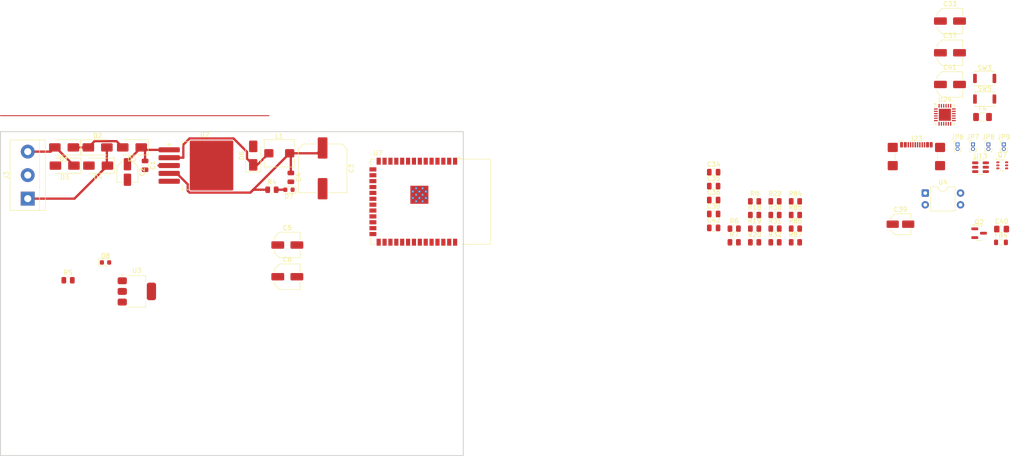
<source format=kicad_pcb>
(kicad_pcb (version 20241229) (generator "pcbnew") (generator_version "9.0")
  (layers (0 "F.Cu" signal) (2 "B.Cu" signal) (13 "F.Paste" user) (15 "B.Paste" user) (5 "F.SilkS" user "F.Silkscreen") (7 "B.SilkS" user "B.Silkscreen") (1 "F.Mask" user) (3 "B.Mask" user) (25 "Edge.Cuts" user))
  (net 0 "")
  (net 1 "GND")
  (net 2 "+5V")
  (net 3 "+3.3V")
  (net 4 "/RST")
  (net 5 "/Boot")
  (net 6 "Net-(U24-VPP)")
  (net 7 "Line")
  (net 8 "A")
  (net 9 "L1")
  (net 10 "Net-(D6-K)")
  (net 11 "Net-(D7-A)")
  (net 12 "Net-(D8-A)")
  (net 13 "Net-(F4-Pad1)")
  (net 14 "+5VP")
  (net 15 "L2")
  (net 16 "Net-(J23-CC2)")
  (net 19 "Net-(J23-CC1)")
  (net 20 "Net-(J23-D--PadA7)")
  (net 21 "Net-(J23-D+-PadA6)")
  (net 22 "Net-(JP6-A)")
  (net 23 "VDD_SPI")
  (net 24 "Net-(JP7-B)")
  (net 25 "GPIO46")
  (net 26 "Net-(JP8-A)")
  (net 27 "Net-(JP9-B)")
  (net 28 "Signal")
  (net 29 "Net-(Q2-G)")
  (net 30 "/RTS")
  (net 31 "/DTR")
  (net 32 "Net-(R6-Pad2)")
  (net 33 "Net-(U24-~{RST})")
  (net 34 "/RX")
  (net 35 "Net-(U24-TXD)")
  (net 36 "/TX")
  (net 37 "Net-(U24-RXD)")
  (net 43 "JTAG")
  (net 68 "Net-(U24-D-)")
  (net 69 "Net-(U24-D+)")
  (net 81 "Net-(D5-K)")
  (footprint "LED_SMD:LED_0603_1608Metric" (layer "F.Cu") (at 124.3075 71.374 180)
    (property "Reference" "D7" (at 0 -1.43 0) (layer "F.SilkS"))
    (property "Value" "Green")
    (pad "1" smd roundrect (at -0.7875 0 180) (size 0.875 0.95) (layers "F.Cu" "F.Mask" "F.Paste") (net 1 "GND"))
    (pad "2" smd roundrect (at 0.7875 0 180) (size 0.875 0.95) (layers "F.Cu" "F.Mask" "F.Paste") (net 11 "Net-(D7-A)"))
  )
  (footprint "Capacitor_SMD:C_Elec_5x5.4" (layer "F.Cu") (at 267.1143 48.6332)
    (property "Reference" "C41" (at 0 -3.7 0) (layer "F.SilkS"))
    (property "Value" "22u")
    (pad "1" smd roundrect (at -2.0625 0) (size 2.775 1.6) (layers "F.Cu" "F.Mask" "F.Paste") (roundrect_rratio 0.15625) (net 3 "+3.3V"))
    (pad "2" smd roundrect (at 2.0625 0) (size 2.775 1.6) (layers "F.Cu" "F.Mask" "F.Paste") (roundrect_rratio 0.15625) (net 1 "GND"))
  )
  (footprint "Resistor_SMD:R_0805_2012Metric" (layer "F.Cu") (at 233.7243 73.8832)
    (property "Reference" "R84" (at 0 -1.65 0) (layer "F.SilkS"))
    (property "Value" "5k1")
    (pad "1" smd roundrect (at -0.9125 0) (size 1.025 1.4) (layers "F.Cu" "F.Mask" "F.Paste") (roundrect_rratio 0.243902) (net 19 "Net-(J23-CC1)"))
    (pad "2" smd roundrect (at 0.9125 0) (size 1.025 1.4) (layers "F.Cu" "F.Mask" "F.Paste") (roundrect_rratio 0.243902) (net 1 "GND"))
  )
  (footprint "Capacitor_SMD:C_0805_2012Metric" (layer "F.Cu") (at 124.714 68.707 -90)
    (property "Reference" "C4" (at 0 -1.68 90) (layer "F.SilkS"))
    (property "Value" "100n")
    (pad "1" smd roundrect (at -0.95 0 270) (size 1 1.45) (layers "F.Cu" "F.Mask" "F.Paste") (net 2 "+5V"))
    (pad "2" smd roundrect (at 0.95 0 270) (size 1 1.45) (layers "F.Cu" "F.Mask" "F.Paste") (net 1 "GND"))
  )
  (footprint "Capacitor_SMD:C_Elec_4x5.4" (layer "F.Cu") (at 256.4143 78.8232)
    (property "Reference" "C39" (at 0 -3.2 0) (layer "F.SilkS"))
    (property "Value" "4u7")
    (pad "1" smd roundrect (at -1.675 0) (size 2.65 1.6) (layers "F.Cu" "F.Mask" "F.Paste") (roundrect_rratio 0.15625) (net 2 "+5V"))
    (pad "2" smd roundrect (at 1.675 0) (size 2.65 1.6) (layers "F.Cu" "F.Mask" "F.Paste") (roundrect_rratio 0.15625) (net 1 "GND"))
  )
  (footprint "Resistor_SMD:R_0805_2012Metric" (layer "F.Cu") (at 76.581 90.932)
    (property "Reference" "R5" (at 0 -1.65 0) (layer "F.SilkS"))
    (property "Value" "22R")
    (pad "1" smd roundrect (at -0.9125 0) (size 1.025 1.4) (layers "F.Cu" "F.Mask" "F.Paste") (roundrect_rratio 0.243902) (net 3 "+3.3V"))
    (pad "2" smd roundrect (at 0.9125 0) (size 1.025 1.4) (layers "F.Cu" "F.Mask" "F.Paste") (roundrect_rratio 0.243902) (net 12 "Net-(D8-A)"))
  )
  (footprint "Package_DIP:DIP-4_W7.62mm" (layer "F.Cu") (at 261.7743 72.0932)
    (property "Reference" "U4" (at 3.81 -2.33 0) (layer "F.SilkS"))
    (property "Value" "LTV-814")
    (pad "1" thru_hole roundrect (at 0 0) (size 1.6 1.6) (drill 0.8) (layers "*.Cu" "*.Mask") (roundrect_rratio 0.15625) (net 32 "Net-(R6-Pad2)"))
    (pad "2" thru_hole circle (at 0 2.54) (size 1.6 1.6) (drill 0.8) (layers "*.Cu" "*.Mask") (net 9 "L1"))
    (pad "3" thru_hole circle (at 7.62 2.54) (size 1.6 1.6) (drill 0.8) (layers "*.Cu" "*.Mask") (net 29 "Net-(Q2-G)"))
    (pad "4" thru_hole circle (at 7.62 0) (size 1.6 1.6) (drill 0.8) (layers "*.Cu" "*.Mask") (net 3 "+3.3V"))
  )
  (footprint "Resistor_SMD:R_0805_2012Metric" (layer "F.Cu") (at 224.9043 73.8832)
    (property "Reference" "R8" (at 0 -1.65 0) (layer "F.SilkS"))
    (property "Value" "10k")
    (pad "1" smd roundrect (at -0.9125 0) (size 1.025 1.4) (layers "F.Cu" "F.Mask" "F.Paste") (roundrect_rratio 0.243902) (net 1 "GND"))
    (pad "2" smd roundrect (at 0.9125 0) (size 1.025 1.4) (layers "F.Cu" "F.Mask" "F.Paste") (roundrect_rratio 0.243902) (net 29 "Net-(Q2-G)"))
  )
  (footprint "Capacitor_SMD:C_0805_2012Metric" (layer "F.Cu") (at 216.0643 76.6132)
    (property "Reference" "C38" (at 0 -1.68 0) (layer "F.SilkS"))
    (property "Value" "100n")
    (pad "1" smd roundrect (at -0.95 0) (size 1 1.45) (layers "F.Cu" "F.Mask" "F.Paste") (net 2 "+5V"))
    (pad "2" smd roundrect (at 0.95 0) (size 1 1.45) (layers "F.Cu" "F.Mask" "F.Paste") (net 1 "GND"))
  )
  (footprint "Connector_PinHeader_1.00mm:PinHeader_1x02_P1.00mm_Vertical" (layer "F.Cu") (at 278.7443 61.5832)
    (property "Reference" "JP9" (at 0 -1.61 0) (layer "F.SilkS"))
    (property "Value" "Arranque")
    (pad "1" thru_hole rect (at 0 0) (size 0.85 0.85) (drill 0.5) (layers "*.Cu" "*.Mask") (net 25 "GPIO46"))
    (pad "2" thru_hole circle (at 0 1) (size 0.85 0.85) (drill 0.5) (layers "*.Cu" "*.Mask") (net 27 "Net-(JP9-B)"))
  )
  (footprint "Resistor_SMD:R_0805_2012Metric" (layer "F.Cu") (at 233.7243 79.7832)
    (property "Reference" "R86" (at 0 -1.65 0) (layer "F.SilkS"))
    (property "Value" "22R")
    (pad "1" smd roundrect (at -0.9125 0) (size 1.025 1.4) (layers "F.Cu" "F.Mask" "F.Paste") (roundrect_rratio 0.243902) (net 35 "Net-(U24-TXD)"))
    (pad "2" smd roundrect (at 0.9125 0) (size 1.025 1.4) (layers "F.Cu" "F.Mask" "F.Paste") (roundrect_rratio 0.243902) (net 34 "/RX"))
  )
  (footprint "Resistor_SMD:R_0805_2012Metric" (layer "F.Cu") (at 120.6265 71.374)
    (property "Reference" "R4" (at 0 -1.65 0) (layer "F.SilkS"))
    (property "Value" "100R")
    (pad "1" smd roundrect (at -0.9125 0) (size 1.025 1.4) (layers "F.Cu" "F.Mask" "F.Paste") (roundrect_rratio 0.243902) (net 2 "+5V"))
    (pad "2" smd roundrect (at 0.9125 0) (size 1.025 1.4) (layers "F.Cu" "F.Mask" "F.Paste") (roundrect_rratio 0.243902) (net 11 "Net-(D7-A)"))
  )
  (footprint "Package_TO_SOT_SMD:TO-263-5_TabPin3" (layer "F.Cu") (at 106.081 66.148)
    (property "Reference" "U2" (at 0 -6.65 0) (layer "F.SilkS"))
    (property "Value" "LM2575-5.0BU")
    (pad "1" smd roundrect (at -7.65 -3.4) (size 4.6 1.1) (layers "F.Cu" "F.Mask" "F.Paste") (roundrect_rratio 0.227273) (net 81 "Net-(D5-K)"))
    (pad "2" smd roundrect (at -7.65 -1.7) (size 4.6 1.1) (layers "F.Cu" "F.Mask" "F.Paste") (roundrect_rratio 0.227273) (net 10 "Net-(D6-K)"))
    (pad "3" smd roundrect (at -7.65 0) (size 4.6 1.1) (layers "F.Cu" "F.Mask" "F.Paste") (roundrect_rratio 0.227273) (net 1 "GND"))
    (pad "3" smd roundrect (at 1.5 0) (size 9.4 10.8) (layers "F.Cu" "F.Mask") (roundrect_rratio 0.026596) (net 1 "GND"))
    (pad "4" smd roundrect (at -7.65 1.7) (size 4.6 1.1) (layers "F.Cu" "F.Mask" "F.Paste") (roundrect_rratio 0.227273) (net 2 "+5V"))
    (pad "5" smd roundrect (at -7.65 3.4) (size 4.6 1.1) (layers "F.Cu" "F.Mask" "F.Paste") (roundrect_rratio 0.227273) (net 1 "GND"))
  )
  (footprint "Inductor_SMD:L_Pulse_PA4340" (layer "F.Cu") (at 122.21 63.5)
    (property "Reference" "L1" (at 0 -3.7 0) (layer "F.SilkS"))
    (property "Value" "330uH")
    (pad "1" smd roundrect (at -2.25 0) (size 2 1.8) (layers "F.Cu" "F.Mask" "F.Paste") (roundrect_rratio 0.138889) (net 10 "Net-(D6-K)"))
    (pad "2" smd roundrect (at 2.25 0) (size 2 1.8) (layers "F.Cu" "F.Mask" "F.Paste") (roundrect_rratio 0.138889) (net 2 "+5V"))
  )
  (footprint "Capacitor_SMD:C_Elec_10x10.2" (layer "F.Cu") (at 131.572 66.757 -90)
    (property "Reference" "C3" (at 0 -6.2 90) (layer "F.SilkS"))
    (property "Value" "330uf")
    (pad "1" smd roundrect (at -4.4 0 270) (size 4.6 2.1) (layers "F.Cu" "F.Mask" "F.Paste") (roundrect_rratio 0.119048) (net 2 "+5V"))
    (pad "2" smd roundrect (at 4.4 0 270) (size 4.6 2.1) (layers "F.Cu" "F.Mask" "F.Paste") (roundrect_rratio 0.119048) (net 1 "GND"))
  )
  (footprint "Capacitor_SMD:C_Elec_5x5.4" (layer "F.Cu") (at 123.952 83.32)
    (property "Reference" "C5" (at 0 -3.7 0) (layer "F.SilkS"))
    (property "Value" "22u")
    (pad "1" smd roundrect (at -2.0625 0) (size 2.775 1.6) (layers "F.Cu" "F.Mask" "F.Paste") (roundrect_rratio 0.15625) (net 2 "+5V"))
    (pad "2" smd roundrect (at 2.0625 0) (size 2.775 1.6) (layers "F.Cu" "F.Mask" "F.Paste") (roundrect_rratio 0.15625) (net 1 "GND"))
  )
  (footprint "Package_TO_SOT_SMD:SOT-363_SC-70-6" (layer "F.Cu") (at 278.4143 66.1082)
    (property "Reference" "Q7" (at 0 -2.25 0) (layer "F.SilkS"))
    (property "Value" "UMH3N")
    (pad "1" smd roundrect (at -0.95 -0.65) (size 0.65 0.4) (layers "F.Cu" "F.Mask" "F.Paste") (net 31 "/DTR"))
    (pad "2" smd roundrect (at -0.95 0) (size 0.65 0.4) (layers "F.Cu" "F.Mask" "F.Paste") (net 30 "/RTS"))
    (pad "3" smd roundrect (at -0.95 0.65) (size 0.65 0.4) (layers "F.Cu" "F.Mask" "F.Paste") (net 30 "/RTS"))
    (pad "4" smd roundrect (at 0.95 0.65) (size 0.65 0.4) (layers "F.Cu" "F.Mask" "F.Paste") (net 4 "/RST"))
    (pad "5" smd roundrect (at 0.95 0) (size 0.65 0.4) (layers "F.Cu" "F.Mask" "F.Paste") (net 31 "/DTR"))
    (pad "6" smd roundrect (at 0.95 -0.65) (size 0.65 0.4) (layers "F.Cu" "F.Mask" "F.Paste") (net 5 "/Boot"))
  )
  (footprint "Package_TO_SOT_SMD:SOT-23" (layer "F.Cu") (at 273.4143 80.7682)
    (property "Reference" "Q2" (at 0 -2.4 0) (layer "F.SilkS"))
    (property "Value" "AO3400A")
    (pad "1" smd roundrect (at -0.9375 -0.95) (size 1.475 0.6) (layers "F.Cu" "F.Mask" "F.Paste") (net 29 "Net-(Q2-G)"))
    (pad "2" smd roundrect (at -0.9375 0.95) (size 1.475 0.6) (layers "F.Cu" "F.Mask" "F.Paste") (net 1 "GND"))
    (pad "3" smd roundrect (at 0.9375 0) (size 1.475 0.6) (layers "F.Cu" "F.Mask" "F.Paste") (net 28 "Signal"))
  )
  (footprint "Diode_SMD:D_SMA" (layer "F.Cu") (at 90.392 62.23 180)
    (property "Reference" "D5" (at 0 -2.5 0) (layer "F.SilkS"))
    (property "Value" "M7")
    (pad "1" smd roundrect (at -2 0 180) (size 2.5 1.8) (layers "F.Cu" "F.Mask" "F.Paste") (roundrect_rratio 0.1388888889) (net 81 "Net-(D5-K)"))
    (pad "2" smd roundrect (at 2 0 180) (size 2.5 1.8) (layers "F.Cu" "F.Mask" "F.Paste") (roundrect_rratio 0.1388888889) (net 7 "Line"))
  )
  (footprint "Connector_PinHeader_1.00mm:PinHeader_1x02_P1.00mm_Vertical" (layer "F.Cu") (at 275.4143 61.5832)
    (property "Reference" "JP8" (at 0 -1.61 0) (layer "F.SilkS"))
    (property "Value" "Bootloader")
    (pad "1" thru_hole rect (at 0 0) (size 0.85 0.85) (drill 0.5) (layers "*.Cu" "*.Mask") (net 26 "Net-(JP8-A)"))
    (pad "2" thru_hole circle (at 0 1) (size 0.85 0.85) (drill 0.5) (layers "*.Cu" "*.Mask") (net 25 "GPIO46"))
  )
  (footprint "Connector_PinHeader_1.00mm:PinHeader_1x02_P1.00mm_Vertical" (layer "F.Cu") (at 272.0843 61.5832)
    (property "Reference" "JP7" (at 0 -1.61 0) (layer "F.SilkS"))
    (property "Value" "1.8v")
    (pad "1" thru_hole rect (at 0 0) (size 0.85 0.85) (drill 0.5) (layers "*.Cu" "*.Mask") (net 23 "VDD_SPI"))
    (pad "2" thru_hole circle (at 0 1) (size 0.85 0.85) (drill 0.5) (layers "*.Cu" "*.Mask") (net 24 "Net-(JP7-B)"))
  )
  (footprint "Resistor_SMD:R_0805_2012Metric" (layer "F.Cu") (at 233.7243 76.8332)
    (property "Reference" "R85" (at 0 -1.65 0) (layer "F.SilkS"))
    (property "Value" "10k")
    (pad "1" smd roundrect (at -0.9125 0) (size 1.025 1.4) (layers "F.Cu" "F.Mask" "F.Paste") (roundrect_rratio 0.243902) (net 3 "+3.3V"))
    (pad "2" smd roundrect (at 0.9125 0) (size 1.025 1.4) (layers "F.Cu" "F.Mask" "F.Paste") (roundrect_rratio 0.243902) (net 33 "Net-(U24-~{RST})"))
  )
  (footprint "Package_TO_SOT_SMD:SOT-23-6" (layer "F.Cu") (at 273.7143 66.5082)
    (property "Reference" "U13" (at 0 -2.4 0) (layer "F.SilkS"))
    (property "Value" "USBLC6-2P6")
    (pad "1" smd roundrect (at -1.1375 -0.95) (size 1.325 0.6) (layers "F.Cu" "F.Mask" "F.Paste") (net 20 "Net-(J23-D--PadA7)"))
    (pad "2" smd roundrect (at -1.1375 0) (size 1.325 0.6) (layers "F.Cu" "F.Mask" "F.Paste") (net 1 "GND"))
    (pad "3" smd roundrect (at -1.1375 0.95) (size 1.325 0.6) (layers "F.Cu" "F.Mask" "F.Paste") (net 21 "Net-(J23-D+-PadA6)"))
    (pad "4" smd roundrect (at 1.1375 0.95) (size 1.325 0.6) (layers "F.Cu" "F.Mask" "F.Paste") (net 69 "Net-(U24-D+)"))
    (pad "5" smd roundrect (at 1.1375 0) (size 1.325 0.6) (layers "F.Cu" "F.Mask" "F.Paste") (net 2 "+5V"))
    (pad "6" smd roundrect (at 1.1375 -0.95) (size 1.325 0.6) (layers "F.Cu" "F.Mask" "F.Paste") (net 68 "Net-(U24-D-)"))
  )
  (footprint "Package_DFN_QFN:QFN-24-1EP_4x4mm_P0.5mm_EP2.6x2.6mm" (layer "F.Cu") (at 266.0143 55.1832)
    (property "Reference" "U24" (at 0 -3.3 0) (layer "F.SilkS"))
    (property "Value" "CP2104")
    (pad "1" smd roundrect (at -1.9375 -1.25) (size 0.825 0.25) (layers "F.Cu" "F.Mask" "F.Paste"))
    (pad "2" smd roundrect (at -1.9375 -0.75) (size 0.825 0.25) (layers "F.Cu" "F.Mask" "F.Paste") (net 1 "GND"))
    (pad "3" smd roundrect (at -1.9375 -0.25) (size 0.825 0.25) (layers "F.Cu" "F.Mask" "F.Paste") (net 69 "Net-(U24-D+)"))
    (pad "4" smd roundrect (at -1.9375 0.25) (size 0.825 0.25) (layers "F.Cu" "F.Mask" "F.Paste") (net 68 "Net-(U24-D-)"))
    (pad "5" smd roundrect (at -1.9375 0.75) (size 0.825 0.25) (layers "F.Cu" "F.Mask" "F.Paste") (net 3 "+3.3V"))
    (pad "6" smd roundrect (at -1.9375 1.25) (size 0.825 0.25) (layers "F.Cu" "F.Mask" "F.Paste") (net 3 "+3.3V"))
    (pad "7" smd roundrect (at -1.25 1.9375) (size 0.25 0.825) (layers "F.Cu" "F.Mask" "F.Paste") (net 2 "+5V"))
    (pad "8" smd roundrect (at -0.75 1.9375) (size 0.25 0.825) (layers "F.Cu" "F.Mask" "F.Paste") (net 2 "+5V"))
    (pad "9" smd roundrect (at -0.25 1.9375) (size 0.25 0.825) (layers "F.Cu" "F.Mask" "F.Paste") (net 33 "Net-(U24-~{RST})"))
    (pad "10" smd roundrect (at 0.25 1.9375) (size 0.25 0.825) (layers "F.Cu" "F.Mask" "F.Paste"))
    (pad "11" smd roundrect (at 0.75 1.9375) (size 0.25 0.825) (layers "F.Cu" "F.Mask" "F.Paste"))
    (pad "12" smd roundrect (at 1.25 1.9375) (size 0.25 0.825) (layers "F.Cu" "F.Mask" "F.Paste"))
    (pad "13" smd roundrect (at 1.9375 1.25) (size 0.825 0.25) (layers "F.Cu" "F.Mask" "F.Paste"))
    (pad "14" smd roundrect (at 1.9375 0.75) (size 0.825 0.25) (layers "F.Cu" "F.Mask" "F.Paste"))
    (pad "15" smd roundrect (at 1.9375 0.25) (size 0.825 0.25) (layers "F.Cu" "F.Mask" "F.Paste"))
    (pad "16" smd roundrect (at 1.9375 -0.25) (size 0.825 0.25) (layers "F.Cu" "F.Mask" "F.Paste") (net 6 "Net-(U24-VPP)"))
    (pad "17" smd roundrect (at 1.9375 -0.75) (size 0.825 0.25) (layers "F.Cu" "F.Mask" "F.Paste"))
    (pad "18" smd roundrect (at 1.9375 -1.25) (size 0.825 0.25) (layers "F.Cu" "F.Mask" "F.Paste"))
    (pad "19" smd roundrect (at 1.25 -1.9375) (size 0.25 0.825) (layers "F.Cu" "F.Mask" "F.Paste") (net 30 "/RTS"))
    (pad "20" smd roundrect (at 0.75 -1.9375) (size 0.25 0.825) (layers "F.Cu" "F.Mask" "F.Paste") (net 37 "Net-(U24-RXD)"))
    (pad "21" smd roundrect (at 0.25 -1.9375) (size 0.25 0.825) (layers "F.Cu" "F.Mask" "F.Paste") (net 35 "Net-(U24-TXD)"))
    (pad "22" smd roundrect (at -0.25 -1.9375) (size 0.25 0.825) (layers "F.Cu" "F.Mask" "F.Paste"))
    (pad "23" smd roundrect (at -0.75 -1.9375) (size 0.25 0.825) (layers "F.Cu" "F.Mask" "F.Paste") (net 31 "/DTR"))
    (pad "24" smd roundrect (at -1.25 -1.9375) (size 0.25 0.825) (layers "F.Cu" "F.Mask" "F.Paste"))
    (pad "25" smd rect (at 0 0) (size 2.6 2.6) (property pad_prop_heatsink) (layers "F.Cu" "F.Mask") (net 1 "GND"))
  )
  (footprint "Resistor_SMD:R_0805_2012Metric" (layer "F.Cu") (at 220.4943 82.7332)
    (property "Reference" "R7" (at 0 -1.65 0) (layer "F.SilkS"))
    (property "Value" "10k")
    (pad "1" smd roundrect (at -0.9125 0) (size 1.025 1.4) (layers "F.Cu" "F.Mask" "F.Paste") (roundrect_rratio 0.243902) (net 28 "Signal"))
    (pad "2" smd roundrect (at 0.9125 0) (size 1.025 1.4) (layers "F.Cu" "F.Mask" "F.Paste") (roundrect_rratio 0.243902) (net 3 "+3.3V"))
  )
  (footprint "TerminalBlock:TerminalBlock_bornier-3_P5.08mm" (layer "F.Cu") (at 67.8688 73.3044 90)
    (property "Reference" "J3" (at 5.05 -4.65 90) (layer "F.SilkS"))
    (property "Value" "Linky")
    (pad "1" thru_hole rect (at 0 0 90) (size 3 3) (drill 1.52) (layers "*.Cu" "*.Mask") (net 9 "L1"))
    (pad "2" thru_hole circle (at 5.08 0 90) (size 3 3) (drill 1.52) (layers "*.Cu" "*.Mask") (net 15 "L2"))
    (pad "3" thru_hole circle (at 10.16 0 90) (size 3 3) (drill 1.52) (layers "*.Cu" "*.Mask") (net 8 "A"))
  )
  (footprint "Capacitor_SMD:C_0805_2012Metric" (layer "F.Cu") (at 216.0643 73.6032)
    (property "Reference" "C36" (at 0 -1.68 0) (layer "F.SilkS"))
    (property "Value" "100n")
    (pad "1" smd roundrect (at -0.95 0) (size 1 1.45) (layers "F.Cu" "F.Mask" "F.Paste") (net 5 "/Boot"))
    (pad "2" smd roundrect (at 0.95 0) (size 1 1.45) (layers "F.Cu" "F.Mask" "F.Paste") (net 1 "GND"))
  )
  (footprint "Capacitor_SMD:C_0805_2012Metric" (layer "F.Cu") (at 216.0643 79.6232)
    (property "Reference" "C42" (at 0 -1.68 0) (layer "F.SilkS"))
    (property "Value" "100n")
    (pad "1" smd roundrect (at -0.95 0) (size 1 1.45) (layers "F.Cu" "F.Mask" "F.Paste") (net 3 "+3.3V"))
    (pad "2" smd roundrect (at 0.95 0) (size 1 1.45) (layers "F.Cu" "F.Mask" "F.Paste") (net 1 "GND"))
  )
  (footprint "Capacitor_SMD:C_0805_2012Metric" (layer "F.Cu") (at 216.0643 67.5832)
    (property "Reference" "C34" (at 0 -1.68 0) (layer "F.SilkS"))
    (property "Value" "100n")
    (pad "1" smd roundrect (at -0.95 0) (size 1 1.45) (layers "F.Cu" "F.Mask" "F.Paste") (net 3 "+3.3V"))
    (pad "2" smd roundrect (at 0.95 0) (size 1 1.45) (layers "F.Cu" "F.Mask" "F.Paste") (net 1 "GND"))
  )
  (footprint "Resistor_SMD:R_0805_2012Metric" (layer "F.Cu") (at 229.3143 73.8832)
    (property "Reference" "R22" (at 0 -1.65 0) (layer "F.SilkS"))
    (property "Value" "10k")
    (pad "1" smd roundrect (at -0.9125 0) (size 1.025 1.4) (layers "F.Cu" "F.Mask" "F.Paste") (roundrect_rratio 0.243902) (net 24 "Net-(JP7-B)"))
    (pad "2" smd roundrect (at 0.9125 0) (size 1.025 1.4) (layers "F.Cu" "F.Mask" "F.Paste") (roundrect_rratio 0.243902) (net 1 "GND"))
  )
  (footprint "Resistor_SMD:R_0805_2012Metric" (layer "F.Cu") (at 224.9043 82.7332)
    (property "Reference" "R20" (at 0 -1.65 0) (layer "F.SilkS"))
    (property "Value" "10k")
    (pad "1" smd roundrect (at -0.9125 0) (size 1.025 1.4) (layers "F.Cu" "F.Mask" "F.Paste") (roundrect_rratio 0.243902) (net 3 "+3.3V"))
    (pad "2" smd roundrect (at 0.9125 0) (size 1.025 1.4) (layers "F.Cu" "F.Mask" "F.Paste") (roundrect_rratio 0.243902) (net 22 "Net-(JP6-A)"))
  )
  (footprint "Capacitor_SMD:C_Elec_5x5.4" (layer "F.Cu") (at 267.1143 41.7832)
    (property "Reference" "C37" (at 0 -3.7 0) (layer "F.SilkS"))
    (property "Value" "22u")
    (pad "1" smd roundrect (at -2.0625 0) (size 2.775 1.6) (layers "F.Cu" "F.Mask" "F.Paste") (roundrect_rratio 0.15625) (net 2 "+5V"))
    (pad "2" smd roundrect (at 2.0625 0) (size 2.775 1.6) (layers "F.Cu" "F.Mask" "F.Paste") (roundrect_rratio 0.15625) (net 1 "GND"))
  )
  (footprint "LED_SMD:LED_0603_1608Metric" (layer "F.Cu") (at 84.68 87.09)
    (property "Reference" "D8" (at 0 -1.43 0) (layer "F.SilkS"))
    (property "Value" "Blue")
    (pad "1" smd roundrect (at -0.7875 0) (size 0.875 0.95) (layers "F.Cu" "F.Mask" "F.Paste") (net 1 "GND"))
    (pad "2" smd roundrect (at 0.7875 0) (size 0.875 0.95) (layers "F.Cu" "F.Mask" "F.Paste") (net 12 "Net-(D8-A)"))
  )
  (footprint "Button_Switch_SMD:SW_Push_SPST_NO_Alps_SKRK" (layer "F.Cu") (at 274.6143 51.7832)
    (property "Reference" "SW5" (at 0 -2.25 0) (layer "F.SilkS"))
    (property "Value" "SW_SPST")
    (pad "1" smd roundrect (at -2.1 0) (size 0.8 2) (layers "F.Cu" "F.Mask" "F.Paste") (net 1 "GND"))
    (pad "2" smd roundrect (at 2.1 0) (size 0.8 2) (layers "F.Cu" "F.Mask" "F.Paste") (net 5 "/Boot"))
  )
  (footprint "Diode_SMD:D_SMA" (layer "F.Cu") (at 82.963 62.23)
    (property "Reference" "D2" (at 0 -2.5 0) (layer "F.SilkS"))
    (property "Value" "SS14")
    (pad "1" smd roundrect (at -2 0) (size 2.5 1.8) (layers "F.Cu" "F.Mask" "F.Paste") (roundrect_rratio 0.1388888889) (net 7 "Line"))
    (pad "2" smd roundrect (at 2 0) (size 2.5 1.8) (layers "F.Cu" "F.Mask" "F.Paste") (roundrect_rratio 0.1388888889) (net 9 "L1"))
  )
  (footprint "Package_TO_SOT_SMD:SOT-223-3_TabPin2" (layer "F.Cu") (at 91.44 93.345)
    (property "Reference" "U3" (at 0 -4.5 0) (layer "F.SilkS"))
    (property "Value" "TLV1117LV-3.3")
    (pad "1" smd roundrect (at -3.15 -2.3) (size 2 1.5) (layers "F.Cu" "F.Mask" "F.Paste") (net 1 "GND"))
    (pad "2" smd roundrect (at -3.15 0) (size 2 1.5) (layers "F.Cu" "F.Mask" "F.Paste") (net 3 "+3.3V"))
    (pad "2" smd roundrect (at 3.15 0) (size 2 3.8) (layers "F.Cu" "F.Mask" "F.Paste") (net 3 "+3.3V"))
    (pad "3" smd roundrect (at -3.15 2.3) (size 2 1.5) (layers "F.Cu" "F.Mask" "F.Paste") (net 2 "+5V"))
  )
  (footprint "Diode_SMD:D_SMA" (layer "F.Cu") (at 75.851 66.167 180)
    (property "Reference" "D3" (at 0 -2.5 0) (layer "F.SilkS"))
    (property "Value" "SS14")
    (pad "1" smd roundrect (at -2 0 180) (size 2.5 1.8) (layers "F.Cu" "F.Mask" "F.Paste") (roundrect_rratio 0.1388888889) (net 8 "A"))
    (pad "2" smd roundrect (at 2 0 180) (size 2.5 1.8) (layers "F.Cu" "F.Mask" "F.Paste") (roundrect_rratio 0.1388888889) (net 1 "GND"))
  )
  (footprint "Diode_SMD:D_SMA" (layer "F.Cu") (at 75.724 62.23 180)
    (property "Reference" "D1" (at 0 -2.5 0) (layer "F.SilkS"))
    (property "Value" "SS14")
    (pad "1" smd roundrect (at -2 0 180) (size 2.5 1.8) (layers "F.Cu" "F.Mask" "F.Paste") (roundrect_rratio 0.1388888889) (net 7 "Line"))
    (pad "2" smd roundrect (at 2 0 180) (size 2.5 1.8) (layers "F.Cu" "F.Mask" "F.Paste") (roundrect_rratio 0.1388888889) (net 8 "A"))
  )
  (footprint "Resistor_SMD:R_0805_2012Metric" (layer "F.Cu") (at 224.9043 76.8332)
    (property "Reference" "R18" (at 0 -1.65 0) (layer "F.SilkS"))
    (property "Value" "10k")
    (pad "1" smd roundrect (at -0.9125 0) (size 1.025 1.4) (layers "F.Cu" "F.Mask" "F.Paste") (roundrect_rratio 0.243902) (net 3 "+3.3V"))
    (pad "2" smd roundrect (at 0.9125 0) (size 1.025 1.4) (layers "F.Cu" "F.Mask" "F.Paste") (roundrect_rratio 0.243902) (net 4 "/RST"))
  )
  (footprint "RF_Module:ESP32-S3-WROOM-1" (layer "F.Cu") (at 154.94 73.9648 -90)
    (property "Reference" "U7" (at -10.5 11.4 0) (layer "F.SilkS"))
    (property "Value" "ESP32-S3-WROOM-1")
    (pad "1" smd rect (at -8.75 -5.26 270) (size 1.5 0.9) (layers "F.Cu" "F.Mask" "F.Paste") (net 1 "GND"))
    (pad "2" smd rect (at -8.75 -3.99 270) (size 1.5 0.9) (layers "F.Cu" "F.Mask" "F.Paste") (net 3 "+3.3V"))
    (pad "3" smd rect (at -8.75 -2.72 270) (size 1.5 0.9) (layers "F.Cu" "F.Mask" "F.Paste") (net 4 "/RST"))
    (pad "4" smd rect (at -8.75 -1.45 270) (size 1.5 0.9) (layers "F.Cu" "F.Mask" "F.Paste") (net 28 "Signal"))
    (pad "5" smd rect (at -8.75 -0.18 270) (size 1.5 0.9) (layers "F.Cu" "F.Mask" "F.Paste"))
    (pad "6" smd rect (at -8.75 1.09 270) (size 1.5 0.9) (layers "F.Cu" "F.Mask" "F.Paste"))
    (pad "7" smd rect (at -8.75 2.36 270) (size 1.5 0.9) (layers "F.Cu" "F.Mask" "F.Paste"))
    (pad "8" smd rect (at -8.75 3.63 270) (size 1.5 0.9) (layers "F.Cu" "F.Mask" "F.Paste"))
    (pad "9" smd rect (at -8.75 4.9 270) (size 1.5 0.9) (layers "F.Cu" "F.Mask" "F.Paste"))
    (pad "10" smd rect (at -8.75 6.17 270) (size 1.5 0.9) (layers "F.Cu" "F.Mask" "F.Paste"))
    (pad "11" smd rect (at -8.75 7.44 270) (size 1.5 0.9) (layers "F.Cu" "F.Mask" "F.Paste"))
    (pad "12" smd rect (at -8.75 8.71 270) (size 1.5 0.9) (layers "F.Cu" "F.Mask" "F.Paste"))
    (pad "13" smd rect (at -8.75 9.98 270) (size 1.5 0.9) (layers "F.Cu" "F.Mask" "F.Paste"))
    (pad "14" smd rect (at -8.75 11.25 90) (size 1.5 0.9) (layers "F.Cu" "F.Mask" "F.Paste"))
    (pad "15" smd rect (at -6.985 12.5 180) (size 1.5 0.9) (layers "F.Cu" "F.Mask" "F.Paste") (net 43 "JTAG"))
    (pad "16" smd rect (at -5.715 12.5 180) (size 1.5 0.9) (layers "F.Cu" "F.Mask" "F.Paste") (net 25 "GPIO46"))
    (pad "17" smd rect (at -4.445 12.5 180) (size 1.5 0.9) (layers "F.Cu" "F.Mask" "F.Paste"))
    (pad "18" smd rect (at -3.175 12.5 180) (size 1.5 0.9) (layers "F.Cu" "F.Mask" "F.Paste"))
    (pad "19" smd rect (at -1.905 12.5 180) (size 1.5 0.9) (layers "F.Cu" "F.Mask" "F.Paste"))
    (pad "20" smd rect (at -0.635 12.5 180) (size 1.5 0.9) (layers "F.Cu" "F.Mask" "F.Paste"))
    (pad "21" smd rect (at 0.635 12.5 180) (size 1.5 0.9) (layers "F.Cu" "F.Mask" "F.Paste"))
    (pad "22" smd rect (at 1.905 12.5 180) (size 1.5 0.9) (layers "F.Cu" "F.Mask" "F.Paste"))
    (pad "23" smd rect (at 3.175 12.5 180) (size 1.5 0.9) (layers "F.Cu" "F.Mask" "F.Paste"))
    (pad "24" smd rect (at 4.445 12.5 180) (size 1.5 0.9) (layers "F.Cu" "F.Mask" "F.Paste"))
    (pad "25" smd rect (at 5.715 12.5 180) (size 1.5 0.9) (layers "F.Cu" "F.Mask" "F.Paste"))
    (pad "26" smd rect (at 6.985 12.5 180) (size 1.5 0.9) (layers "F.Cu" "F.Mask" "F.Paste") (net 23 "VDD_SPI"))
    (pad "27" smd rect (at 8.75 11.25 270) (size 1.5 0.9) (layers "F.Cu" "F.Mask" "F.Paste") (net 5 "/Boot"))
    (pad "28" smd rect (at 8.75 9.98 270) (size 1.5 0.9) (layers "F.Cu" "F.Mask" "F.Paste"))
    (pad "29" smd rect (at 8.75 8.71 270) (size 1.5 0.9) (layers "F.Cu" "F.Mask" "F.Paste"))
    (pad "30" smd rect (at 8.75 7.44 270) (size 1.5 0.9) (layers "F.Cu" "F.Mask" "F.Paste"))
    (pad "31" smd rect (at 8.75 6.17 270) (size 1.5 0.9) (layers "F.Cu" "F.Mask" "F.Paste"))
    (pad "32" smd rect (at 8.75 4.9 270) (size 1.5 0.9) (layers "F.Cu" "F.Mask" "F.Paste"))
    (pad "33" smd rect (at 8.75 3.63 270) (size 1.5 0.9) (layers "F.Cu" "F.Mask" "F.Paste"))
    (pad "34" smd rect (at 8.75 2.36 270) (size 1.5 0.9) (layers "F.Cu" "F.Mask" "F.Paste"))
    (pad "35" smd rect (at 8.75 1.09 270) (size 1.5 0.9) (layers "F.Cu" "F.Mask" "F.Paste"))
    (pad "36" smd rect (at 8.75 -0.18 270) (size 1.5 0.9) (layers "F.Cu" "F.Mask" "F.Paste") (net 34 "/RX"))
    (pad "37" smd rect (at 8.75 -1.45 270) (size 1.5 0.9) (layers "F.Cu" "F.Mask" "F.Paste") (net 36 "/TX"))
    (pad "38" smd rect (at 8.75 -2.72 270) (size 1.5 0.9) (layers "F.Cu" "F.Mask" "F.Paste"))
    (pad "39" smd rect (at 8.75 -3.99 270) (size 1.5 0.9) (layers "F.Cu" "F.Mask" "F.Paste"))
    (pad "40" smd rect (at 8.75 -5.26 270) (size 1.5 0.9) (layers "F.Cu" "F.Mask" "F.Paste") (net 1 "GND"))
    (pad "41" thru_hole circle (at -2.9 1.76) (size 0.6 0.6) (drill 0.2) (property pad_prop_heatsink) (layers "*.Cu" "F.Mask") (net 1 "GND"))
    (pad "41" thru_hole circle (at -2.9 3.16 270) (size 0.6 0.6) (drill 0.2) (property pad_prop_heatsink) (layers "*.Cu" "F.Mask") (net 1 "GND"))
    (pad "41" thru_hole circle (at -2.2 1.06 270) (size 0.6 0.6) (drill 0.2) (property pad_prop_heatsink) (layers "*.Cu" "F.Mask") (net 1 "GND"))
    (pad "41" thru_hole circle (at -2.2 2.46 270) (size 0.6 0.6) (drill 0.2) (property pad_prop_heatsink) (layers "*.Cu" "F.Mask") (net 1 "GND"))
    (pad "41" thru_hole circle (at -2.2 3.86 270) (size 0.6 0.6) (drill 0.2) (property pad_prop_heatsink) (layers "*.Cu" "F.Mask") (net 1 "GND"))
    (pad "41" thru_hole circle (at -1.5 1.76 270) (size 0.6 0.6) (drill 0.2) (property pad_prop_heatsink) (layers "*.Cu" "F.Mask") (net 1 "GND"))
    (pad "41" smd rect (at -1.5 2.46 180) (size 3.9 3.9) (property pad_prop_heatsink) (layers "F.Cu" "F.Mask") (net 1 "GND"))
    (pad "41" thru_hole circle (at -1.5 3.16 270) (size 0.6 0.6) (drill 0.2) (property pad_prop_heatsink) (layers "*.Cu" "F.Mask") (net 1 "GND"))
    (pad "41" thru_hole circle (at -0.8 1.06 270) (size 0.6 0.6) (drill 0.2) (property pad_prop_heatsink) (layers "*.Cu" "F.Mask") (net 1 "GND"))
    (pad "41" thru_hole circle (at -0.8 2.46 270) (size 0.6 0.6) (drill 0.2) (property pad_prop_heatsink) (layers "*.Cu" "F.Mask") (net 1 "GND"))
    (pad "41" thru_hole circle (at -0.8 3.86 270) (size 0.6 0.6) (drill 0.2) (property pad_prop_heatsink) (layers "*.Cu" "F.Mask") (net 1 "GND"))
    (pad "41" thru_hole circle (at -0.1 1.76 270) (size 0.6 0.6) (drill 0.2) (property pad_prop_heatsink) (layers "*.Cu" "F.Mask") (net 1 "GND"))
    (pad "41" thru_hole circle (at -0.1 3.16 270) (size 0.6 0.6) (drill 0.2) (property pad_prop_heatsink) (layers "*.Cu" "F.Mask") (net 1 "GND"))
  )
  (footprint "Diode_SMD:D_SMA" (layer "F.Cu") (at 83.09 66.167 180)
    (property "Reference" "D4" (at 0 -2.5 0) (layer "F.SilkS"))
    (property "Value" "SS14")
    (pad "1" smd roundrect (at -2 0 180) (size 2.5 1.8) (layers "F.Cu" "F.Mask" "F.Paste") (roundrect_rratio 0.1388888889) (net 9 "L1"))
    (pad "2" smd roundrect (at 2 0 180) (size 2.5 1.8) (layers "F.Cu" "F.Mask" "F.Paste") (roundrect_rratio 0.1388888889) (net 1 "GND"))
  )
  (footprint "Capacitor_SMD:C_Elec_4x5.4" (layer "F.Cu") (at 89.408 67.54 -90)
    (property "Reference" "C2" (at 0 -3.2 90) (layer "F.SilkS"))
    (property "Value" "100uf")
    (pad "1" smd roundrect (at -1.675 0 270) (size 2.65 1.6) (layers "F.Cu" "F.Mask" "F.Paste") (roundrect_rratio 0.15625) (net 81 "Net-(D5-K)"))
    (pad "2" smd roundrect (at 1.675 0 270) (size 2.65 1.6) (layers "F.Cu" "F.Mask" "F.Paste") (roundrect_rratio 0.15625) (net 1 "GND"))
  )
  (footprint "Capacitor_SMD:C_Elec_5x5.4" (layer "F.Cu") (at 267.1143 34.9332)
    (property "Reference" "C33" (at 0 -3.7 0) (layer "F.SilkS"))
    (property "Value" "22u")
    (pad "1" smd roundrect (at -2.0625 0) (size 2.775 1.6) (layers "F.Cu" "F.Mask" "F.Paste") (roundrect_rratio 0.15625) (net 3 "+3.3V"))
    (pad "2" smd roundrect (at 2.0625 0) (size 2.775 1.6) (layers "F.Cu" "F.Mask" "F.Paste") (roundrect_rratio 0.15625) (net 1 "GND"))
  )
  (footprint "Connector_PinHeader_1.00mm:PinHeader_1x02_P1.00mm_Vertical" (layer "F.Cu") (at 268.7543 61.5832)
    (property "Reference" "JP6" (at 0 -1.61 0) (layer "F.SilkS"))
    (property "Value" "3.3v")
    (pad "1" thru_hole rect (at 0 0) (size 0.85 0.85) (drill 0.5) (layers "*.Cu" "*.Mask") (net 22 "Net-(JP6-A)"))
    (pad "2" thru_hole circle (at 0 1) (size 0.85 0.85) (drill 0.5) (layers "*.Cu" "*.Mask") (net 23 "VDD_SPI"))
  )
  (footprint "Capacitor_SMD:C_0805_2012Metric_Pad1.18x1.45mm_HandSolder" (layer "F.Cu") (at 278.2643 79.8732)
    (property "Reference" "C40" (at 0 -1.68 0) (layer "F.SilkS"))
    (property "Value" "4u7")
    (pad "1" smd roundrect (at -1.0375 0) (size 1.175 1.45) (layers "F.Cu" "F.Mask" "F.Paste") (roundrect_rratio 0.212766) (net 6 "Net-(U24-VPP)"))
    (pad "2" smd roundrect (at 1.0375 0) (size 1.175 1.45) (layers "F.Cu" "F.Mask" "F.Paste") (roundrect_rratio 0.212766) (net 1 "GND"))
  )
  (footprint "Button_Switch_SMD:SW_Push_SPST_NO_Alps_SKRK" (layer "F.Cu") (at 274.6143 47.3332)
    (property "Reference" "SW3" (at 0 -2.25 0) (layer "F.SilkS"))
    (property "Value" "SW_SPST")
    (pad "1" smd roundrect (at -2.1 0) (size 0.8 2) (layers "F.Cu" "F.Mask" "F.Paste") (net 1 "GND"))
    (pad "2" smd roundrect (at 2.1 0) (size 0.8 2) (layers "F.Cu" "F.Mask" "F.Paste") (net 4 "/RST"))
  )
  (footprint "Fuse:Fuse_1206_3216Metric" (layer "F.Cu") (at 274.1443 55.6632)
    (property "Reference" "F4" (at 0 -1.83 0) (layer "F.SilkS"))
    (property "Value" "Polyfuse 1.1A")
    (pad "1" smd roundrect (at -1.4 0) (size 1.25 1.75) (layers "F.Cu" "F.Mask" "F.Paste") (roundrect_rratio 0.2) (net 13 "Net-(F4-Pad1)"))
    (pad "2" smd roundrect (at 1.4 0) (size 1.25 1.75) (layers "F.Cu" "F.Mask" "F.Paste") (roundrect_rratio 0.2) (net 2 "+5V"))
  )
  (footprint "Resistor_SMD:R_0805_2012Metric" (layer "F.Cu") (at 224.9043 79.7832)
    (property "Reference" "R19" (at 0 -1.65 0) (layer "F.SilkS"))
    (property "Value" "10k")
    (pad "1" smd roundrect (at -0.9125 0) (size 1.025 1.4) (layers "F.Cu" "F.Mask" "F.Paste") (roundrect_rratio 0.243902) (net 3 "+3.3V"))
    (pad "2" smd roundrect (at 0.9125 0) (size 1.025 1.4) (layers "F.Cu" "F.Mask" "F.Paste") (roundrect_rratio 0.243902) (net 5 "/Boot"))
  )
  (footprint "Capacitor_SMD:C_Elec_5x5.4" (layer "F.Cu") (at 123.952 90.17)
    (property "Reference" "C6" (at 0 -3.7 0) (layer "F.SilkS"))
    (property "Value" "22u")
    (pad "1" smd roundrect (at -2.0625 0) (size 2.775 1.6) (layers "F.Cu" "F.Mask" "F.Paste") (roundrect_rratio 0.15625) (net 3 "+3.3V"))
    (pad "2" smd roundrect (at 2.0625 0) (size 2.775 1.6) (layers "F.Cu" "F.Mask" "F.Paste") (roundrect_rratio 0.15625) (net 1 "GND"))
  )
  (footprint "Resistor_SMD:R_0805_2012Metric" (layer "F.Cu") (at 229.3143 79.7832)
    (property "Reference" "R31" (at 0 -1.65 0) (layer "F.SilkS"))
    (property "Value" "10k")
    (pad "1" smd roundrect (at -0.9125 0) (size 1.025 1.4) (layers "F.Cu" "F.Mask" "F.Paste") (roundrect_rratio 0.243902) (net 27 "Net-(JP9-B)"))
    (pad "2" smd roundrect (at 0.9125 0) (size 1.025 1.4) (layers "F.Cu" "F.Mask" "F.Paste") (roundrect_rratio 0.243902) (net 1 "GND"))
  )
  (footprint "Resistor_SMD:R_0805_2012Metric" (layer "F.Cu") (at 233.7243 82.7332)
    (property "Reference" "R87" (at 0 -1.65 0) (layer "F.SilkS"))
    (property "Value" "22R")
    (pad "1" smd roundrect (at -0.9125 0) (size 1.025 1.4) (layers "F.Cu" "F.Mask" "F.Paste") (roundrect_rratio 0.243902) (net 37 "Net-(U24-RXD)"))
    (pad "2" smd roundrect (at 0.9125 0) (size 1.025 1.4) (layers "F.Cu" "F.Mask" "F.Paste") (roundrect_rratio 0.243902) (net 36 "/TX"))
  )
  (footprint "Capacitor_SMD:C_0805_2012Metric" (layer "F.Cu") (at 216.0643 70.5932)
    (property "Reference" "C35" (at 0 -1.68 0) (layer "F.SilkS"))
    (property "Value" "100n")
    (pad "1" smd roundrect (at -0.95 0) (size 1 1.45) (layers "F.Cu" "F.Mask" "F.Paste") (net 4 "/RST"))
    (pad "2" smd roundrect (at 0.95 0) (size 1 1.45) (layers "F.Cu" "F.Mask" "F.Paste") (net 1 "GND"))
  )
  (footprint "Diode_SMD:D_SMA" (layer "F.Cu") (at 116.586 64.008 90)
    (property "Reference" "D6" (at 0 -2.5 90) (layer "F.SilkS"))
    (property "Value" "SS14")
    (pad "1" smd roundrect (at -2 0 90) (size 2.5 1.8) (layers "F.Cu" "F.Mask" "F.Paste") (roundrect_rratio 0.1388888889) (net 10 "Net-(D6-K)"))
    (pad "2" smd roundrect (at 2 0 90) (size 2.5 1.8) (layers "F.Cu" "F.Mask" "F.Paste") (roundrect_rratio 0.1388888889) (net 1 "GND"))
  )
  (footprint "Resistor_SMD:R_0805_2012Metric" (layer "F.Cu") (at 220.4943 79.7832)
    (property "Reference" "R6" (at 0 -1.65 0) (layer "F.SilkS"))
    (property "Value" "4.7k")
    (pad "1" smd roundrect (at -0.9125 0) (size 1.025 1.4) (layers "F.Cu" "F.Mask" "F.Paste") (roundrect_rratio 0.243902) (net 15 "L2"))
    (pad "2" smd roundrect (at 0.9125 0) (size 1.025 1.4) (layers "F.Cu" "F.Mask" "F.Paste") (roundrect_rratio 0.243902) (net 32 "Net-(R6-Pad2)"))
  )
  (footprint "Connector_USB:USB_C_Receptacle_GCT_USB4110" (layer "F.Cu") (at 259.8643 65.3432)
    (property "Reference" "J23" (at 0 -5.015 0) (layer "F.SilkS"))
    (property "Value" "USB_C_Receptacle_USB2.0_16P")
    (pad "" np_thru_hole circle (at -2.89 -2.605) (size 0.65 0.65) (drill 0.65) (layers "*.Cu" "*.Mask"))
    (pad "" np_thru_hole circle (at 2.89 -2.605) (size 0.65 0.65) (drill 0.65) (layers "*.Cu" "*.Mask"))
    (pad "A1" smd roundrect (at -3.2 -3.68) (size 0.6 1.15) (layers "F.Cu" "F.Mask" "F.Paste") (net 1 "GND"))
    (pad "A4" smd roundrect (at -2.4 -3.68) (size 0.6 1.15) (layers "F.Cu" "F.Mask" "F.Paste") (net 14 "+5VP"))
    (pad "A5" smd roundrect (at -1.25 -3.68) (size 0.3 1.15) (layers "F.Cu" "F.Mask" "F.Paste") (net 19 "Net-(J23-CC1)"))
    (pad "A6" smd roundrect (at -0.25 -3.68) (size 0.3 1.15) (layers "F.Cu" "F.Mask" "F.Paste") (net 21 "Net-(J23-D+-PadA6)"))
    (pad "A7" smd roundrect (at 0.25 -3.68) (size 0.3 1.15) (layers "F.Cu" "F.Mask" "F.Paste") (net 20 "Net-(J23-D--PadA7)"))
    (pad "A8" smd roundrect (at 1.25 -3.68) (size 0.3 1.15) (layers "F.Cu" "F.Mask" "F.Paste"))
    (pad "A9" smd roundrect (at 2.4 -3.68) (size 0.6 1.15) (layers "F.Cu" "F.Mask" "F.Paste") (net 14 "+5VP"))
    (pad "A12" smd roundrect (at 3.2 -3.68) (size 0.6 1.15) (layers "F.Cu" "F.Mask" "F.Paste") (net 1 "GND"))
    (pad "B1" smd roundrect (at 3.2 -3.68) (size 0.6 1.15) (layers "F.Cu" "F.Mask" "F.Paste") (net 1 "GND"))
    (pad "B4" smd roundrect (at 2.4 -3.68) (size 0.6 1.15) (layers "F.Cu" "F.Mask" "F.Paste") (net 14 "+5VP"))
    (pad "B5" smd roundrect (at 1.75 -3.68) (size 0.3 1.15) (layers "F.Cu" "F.Mask" "F.Paste") (net 16 "Net-(J23-CC2)"))
    (pad "B6" smd roundrect (at 0.75 -3.68) (size 0.3 1.15) (layers "F.Cu" "F.Mask" "F.Paste") (net 21 "Net-(J23-D+-PadA6)"))
    (pad "B7" smd roundrect (at -0.75 -3.68) (size 0.3 1.15) (layers "F.Cu" "F.Mask" "F.Paste") (net 20 "Net-(J23-D--PadA7)"))
    (pad "B8" smd roundrect (at -1.75 -3.68) (size 0.3 1.15) (layers "F.Cu" "F.Mask" "F.Paste"))
    (pad "B9" smd roundrect (at -2.4 -3.68) (size 0.6 1.15) (layers "F.Cu" "F.Mask" "F.Paste") (net 14 "+5VP"))
    (pad "B12" smd roundrect (at -3.2 -3.68) (size 0.6 1.15) (layers "F.Cu" "F.Mask" "F.Paste") (net 1 "GND"))
    (pad "S1" smd roundrect (at -5.11 -3.105) (size 2.18 2) (layers "F.Cu" "F.Mask" "F.Paste") (roundrect_rratio 0.125) (net 1 "GND"))
    (pad "S1" smd roundrect (at -5.11 0.825) (size 2.18 2) (layers "F.Cu" "F.Mask" "F.Paste") (roundrect_rratio 0.125) (net 1 "GND"))
    (pad "S1" smd roundrect (at 5.11 -3.105) (size 2.18 2) (layers "F.Cu" "F.Mask" "F.Paste") (roundrect_rratio 0.125) (net 1 "GND"))
    (pad "S1" smd roundrect (at 5.11 0.825) (size 2.18 2) (layers "F.Cu" "F.Mask" "F.Paste") (roundrect_rratio 0.125) (net 1 "GND"))
  )
  (footprint "Capacitor_SMD:C_0805_2012Metric" (layer "F.Cu") (at 93.218 66.106 -90)
    (property "Reference" "C1" (at 0 -1.68 90) (layer "F.SilkS"))
    (property "Value" "100nf")
    (pad "1" smd roundrect (at -0.95 0 270) (size 1 1.45) (layers "F.Cu" "F.Mask" "F.Paste") (net 81 "Net-(D5-K)"))
    (pad "2" smd roundrect (at 0.95 0 270) (size 1 1.45) (layers "F.Cu" "F.Mask" "F.Paste") (net 1 "GND"))
  )
  (footprint "Inductor_SMD:L_0805_2012Metric" (layer "F.Cu") (at 278.1343 82.7532)
    (property "Reference" "FB4" (at 0 -1.55 0) (layer "F.SilkS"))
    (property "Value" "BLM21PG221")
    (pad "1" smd roundrect (at -1.0625 0) (size 0.875 1.2) (layers "F.Cu" "F.Mask" "F.Paste") (net 14 "+5VP"))
    (pad "2" smd roundrect (at 1.0625 0) (size 0.875 1.2) (layers "F.Cu" "F.Mask" "F.Paste") (net 13 "Net-(F4-Pad1)"))
  )
  (footprint "Resistor_SMD:R_0805_2012Metric" (layer "F.Cu") (at 229.3143 82.7332)
    (property "Reference" "R32" (at 0 -1.65 0) (layer "F.SilkS"))
    (property "Value" "5k1")
    (pad "1" smd roundrect (at -0.9125 0) (size 1.025 1.4) (layers "F.Cu" "F.Mask" "F.Paste") (roundrect_rratio 0.243902) (net 16 "Net-(J23-CC2)"))
    (pad "2" smd roundrect (at 0.9125 0) (size 1.025 1.4) (layers "F.Cu" "F.Mask" "F.Paste") (roundrect_rratio 0.243902) (net 1 "GND"))
  )
  (footprint "Resistor_SMD:R_0805_2012Metric" (layer "F.Cu") (at 229.3143 76.8332)
    (property "Reference" "R30" (at 0 -1.65 0) (layer "F.SilkS"))
    (property "Value" "10k")
    (pad "1" smd roundrect (at -0.9125 0) (size 1.025 1.4) (layers "F.Cu" "F.Mask" "F.Paste") (roundrect_rratio 0.243902) (net 3 "+3.3V"))
    (pad "2" smd roundrect (at 0.9125 0) (size 1.025 1.4) (layers "F.Cu" "F.Mask" "F.Paste") (roundrect_rratio 0.243902) (net 26 "Net-(JP8-A)"))
  )
  (gr_line (start 61.976 55.372) (end 119.976 55.372) (stroke (width 0.2)) (layer "F.Cu"))
  (gr_rect (start 61.976 58.8264) (end 161.976 128.8264) (stroke (width 0.2)) (fill no) (layer "Edge.Cuts"))
  (segment (start 96.131 66.148) (end 98.431 66.148) (width 0.5) (layer "F.Cu") (net 1))
  (segment (start 98.431 69.548) (end 96.782708 69.548) (width 0.5) (layer "F.Cu") (net 1))
  (segment (start 102.833708 71.999) (end 115.961 71.999) (width 0.5) (layer "F.Cu") (net 2))
  (segment (start 98.431 67.848) (end 100.079292 67.848) (width 0.5) (layer "F.Cu") (net 2))
  (segment (start 100.079292 67.848) (end 102.43 70.198708) (width 0.5) (layer "F.Cu") (net 2))
  (segment (start 131.572 62.357) (end 130.429 63.5) (width 0.5) (layer "F.Cu") (net 2))
  (segment (start 130.429 63.5) (end 124.46 63.5) (width 0.5) (layer "F.Cu") (net 2))
  (segment (start 124.714 67.757) (end 124.714 63.754) (width 0.5) (layer "F.Cu") (net 2))
  (segment (start 119.714 71.374) (end 116.586 71.374) (width 0.5) (layer "F.Cu") (net 2))
  (segment (start 102.43 70.198708) (end 102.43 71.595292) (width 0.5) (layer "F.Cu") (net 2))
  (segment (start 102.43 71.595292) (end 102.833708 71.999) (width 0.5) (layer "F.Cu") (net 2))
  (segment (start 115.961 71.999) (end 116.1415 71.8185) (width 0.5) (layer "F.Cu") (net 2))
  (segment (start 116.1415 71.8185) (end 124.46 63.5) (width 0.5) (layer "F.Cu") (net 2))
  (segment (start 124.714 63.754) (end 124.46 63.5) (width 0.5) (layer "F.Cu") (net 2))
  (segment (start 116.586 71.374) (end 116.1415 71.8185) (width 0.5) (layer "F.Cu") (net 2))
  (segment (start 87.041 60.879) (end 88.392 62.23) (width 0.5) (layer "F.Cu") (net 7))
  (segment (start 77.724 62.23) (end 80.963 62.23) (width 0.5) (layer "F.Cu") (net 7))
  (segment (start 82.314 60.879) (end 87.041 60.879) (width 0.5) (layer "F.Cu") (net 7))
  (segment (start 80.963 62.23) (end 82.314 60.879) (width 0.5) (layer "F.Cu") (net 7))
  (segment (start 67.8688 63.1444) (end 72.8096 63.1444) (width 0.5) (layer "F.Cu") (net 8))
  (segment (start 73.914 62.23) (end 73.724 62.23) (width 0.5) (layer "F.Cu") (net 8))
  (segment (start 72.8096 63.1444) (end 73.724 62.23) (width 0.5) (layer "F.Cu") (net 8))
  (segment (start 77.851 66.167) (end 73.914 62.23) (width 0.5) (layer "F.Cu") (net 8))
  (segment (start 85.09 66.167) (end 77.9526 73.3044) (width 0.5) (layer "F.Cu") (net 9))
  (segment (start 84.963 66.04) (end 85.09 66.167) (width 0.5) (layer "F.Cu") (net 9))
  (segment (start 84.963 62.23) (end 84.963 66.04) (width 0.5) (layer "F.Cu") (net 9))
  (segment (start 77.9526 73.3044) (end 67.8688 73.3044) (width 0.5) (layer "F.Cu") (net 9))
  (segment (start 102.833708 60.297) (end 112.328292 60.297) (width 0.5) (layer "F.Cu") (net 10))
  (segment (start 98.431 64.448) (end 101.482 64.448) (width 0.5) (layer "F.Cu") (net 10))
  (segment (start 112.328292 60.297) (end 115.235 63.203708) (width 0.5) (layer "F.Cu") (net 10))
  (segment (start 115.235 64.657) (end 116.586 66.008) (width 0.5) (layer "F.Cu") (net 10))
  (segment (start 116.586 66.008) (end 117.452 66.008) (width 0.5) (layer "F.Cu") (net 10))
  (segment (start 101.482 61.648708) (end 102.833708 60.297) (width 0.5) (layer "F.Cu") (net 10))
  (segment (start 101.482 64.448) (end 101.482 61.648708) (width 0.5) (layer "F.Cu") (net 10))
  (segment (start 115.235 63.203708) (end 115.235 64.657) (width 0.5) (layer "F.Cu") (net 10))
  (segment (start 117.452 66.008) (end 119.96 63.5) (width 0.5) (layer "F.Cu") (net 10))
  (segment (start 121.539 71.374) (end 123.52 71.374) (width 0.5) (layer "F.Cu") (net 11))
  (segment (start 96.841 62.767) (end 92.929 62.767) (width 0.5) (layer "F.Cu") (net 81))
  (segment (start 93.218 63.056) (end 92.392 62.23) (width 0.5) (layer "F.Cu") (net 81))
  (segment (start 89.408 65.214) (end 92.392 62.23) (width 0.5) (layer "F.Cu") (net 81))
  (segment (start 92.929 62.767) (end 92.392 62.23) (width 0.5) (layer "F.Cu") (net 81))
  (segment (start 93.218 65.156) (end 93.218 63.056) (width 0.5) (layer "F.Cu") (net 81))
  (segment (start 89.408 65.865) (end 89.408 65.214) (width 0.5) (layer "F.Cu") (net 81))
)
</source>
